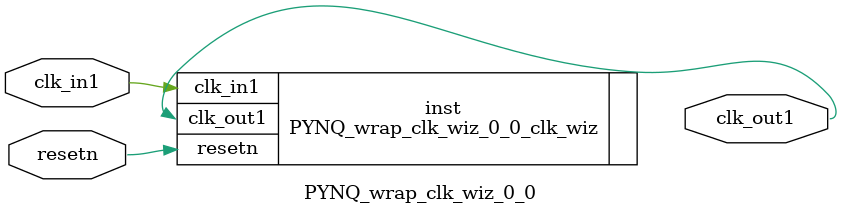
<source format=v>


`timescale 1ps/1ps

(* CORE_GENERATION_INFO = "PYNQ_wrap_clk_wiz_0_0,clk_wiz_v6_0_4_0_0,{component_name=PYNQ_wrap_clk_wiz_0_0,use_phase_alignment=true,use_min_o_jitter=false,use_max_i_jitter=false,use_dyn_phase_shift=false,use_inclk_switchover=false,use_dyn_reconfig=false,enable_axi=0,feedback_source=FDBK_AUTO,PRIMITIVE=MMCM,num_out_clk=1,clkin1_period=10.000,clkin2_period=10.000,use_power_down=false,use_reset=true,use_locked=false,use_inclk_stopped=false,feedback_type=SINGLE,CLOCK_MGR_TYPE=NA,manual_override=false}" *)

module PYNQ_wrap_clk_wiz_0_0 
 (
  // Clock out ports
  output        clk_out1,
  // Status and control signals
  input         resetn,
 // Clock in ports
  input         clk_in1
 );

  PYNQ_wrap_clk_wiz_0_0_clk_wiz inst
  (
  // Clock out ports  
  .clk_out1(clk_out1),
  // Status and control signals               
  .resetn(resetn), 
 // Clock in ports
  .clk_in1(clk_in1)
  );

endmodule

</source>
